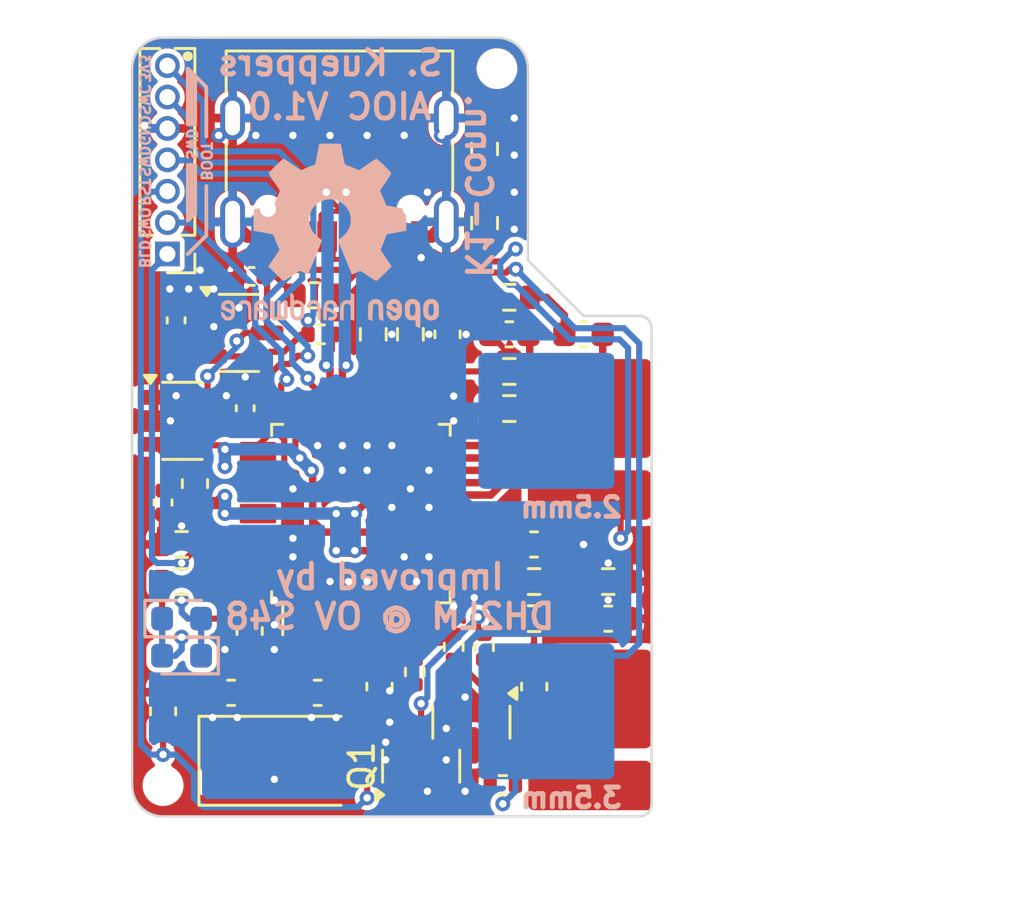
<source format=kicad_pcb>
(kicad_pcb (version 20240108) (generator "pcbnew") (generator_version "8.0")
  (layers (0 "F.Cu" signal) (31 "B.Cu" signal) (34 "B.Paste" user) (35 "F.Paste" user) (36 "B.SilkS" user "B.Silkscreen") (37 "F.SilkS" user "F.Silkscreen") (38 "B.Mask" user) (39 "F.Mask" user) (44 "Edge.Cuts" user))
  (net 0 "")
  (net 1 "GND")
  (net 2 "/OSCIN")
  (net 3 "/OSCOUT")
  (net 4 "/SWCLK")
  (net 5 "/SWDIO")
  (net 6 "/USB-DP")
  (net 7 "/USB-DN")
  (net 8 "+3V3")
  (net 9 "+3.3VA")
  (net 10 "/VIN")
  (net 11 "/VBUS")
  (net 12 "Net-(C12-Pad1)")
  (net 13 "Net-(C14-Pad1)")
  (net 14 "/USART-RX")
  (net 15 "/USART-TX")
  (net 16 "/PTT1")
  (net 17 "/PTT2")
  (net 18 "/AFIN")
  (net 19 "/RADIO-MIC")
  (net 20 "/RADIO-SPK")
  (net 21 "/AFOUT")
  (net 22 "/RADIO-RX-PTT1")
  (net 23 "/RADIO-TX")
  (net 24 "/RADIO-VP-PTT2")
  (net 25 "/NRST")
  (net 26 "/SWO")
  (net 27 "/BOOT0")
  (net 28 "/DAC_ATTEN")
  (net 29 "Net-(D1-A)")
  (net 30 "Net-(D1-K)")
  (net 33 "Net-(J1-CC1)")
  (net 34 "Net-(J1-CC2)")
  (net 35 "Net-(U2-PB8)")
  (net 55 "Net-(U3-VO)")
  (net 56 "Net-(Q1-B)")
  (net 57 "Net-(Q1-C)")
  (net 58 "Net-(Q2-C)")
  (net 59 "Net-(Q2-B)")
  (footprint "Resistor_SMD:R_0402_1005Metric" (layer "F.Cu") (at 118.486 110.23 180)
    (property "Reference" "R13" (hide yes))
    (property "Value" "22R")
  )
  (footprint "Resistor_SMD:R_0603_1608Metric" (layer "F.Cu") (at 119.75 102 180)
    (property "Reference" "R2" (hide yes))
    (property "Value" "10K")
  )
  (footprint "LED_SMD:LED_0603_1608Metric" (layer "F.Cu") (at 105.5 105 180)
    (property "Reference" "D2" (hide yes))
    (property "Value" "RED")
  )
  (footprint "Capacitor_SMD:C_0603_1608Metric" (layer "F.Cu") (at 118.75 92 180)
    (property "Reference" "C11" (hide yes))
    (property "Value" "10n/NP0")
  )
  (footprint "Resistor_SMD:R_0603_1608Metric" (layer "F.Cu") (at 105.5 102)
    (property "Reference" "R15" (hide yes))
    (property "Value" "220R")
  )
  (footprint "Capacitor_SMD:C_0603_1608Metric" (layer "F.Cu") (at 107.5 106.5 180)
    (property "Reference" "C1" (hide yes))
    (property "Value" "22p/NP0")
  )
  (footprint "Package_TO_SOT_SMD:SOT-23" (layer "F.Cu") (at 117.216 107.69 -90)
    (property "Reference" "Q2" (hide yes))
    (property "Value" "MMBT3904")
  )
  (footprint "LED_SMD:LED_0603_1608Metric" (layer "F.Cu") (at 105.5 103.5)
    (property "Reference" "D1" (hide yes))
    (property "Value" "GREEN")
  )
  (footprint "Package_TO_SOT_SMD:SOT-23" (layer "F.Cu") (at 115.184 109.468 90)
    (property "Reference" "Q1")
    (property "Value" "MMBT3904")
  )
  (footprint "Capacitor_SMD:C_0603_1608Metric" (layer "F.Cu") (at 113.5 106.25 -90)
    (property "Reference" "C9" (hide yes))
    (property "Value" "100n")
  )
  (footprint "Capacitor_SMD:C_0603_1608Metric" (layer "F.Cu") (at 122.75 103.5)
    (property "Reference" "C12" (hide yes))
    (property "Value" "100n")
  )
  (footprint "Resistor_SMD:R_0603_1608Metric" (layer "F.Cu") (at 114.75 92 -90)
    (property "Reference" "R8" (hide yes))
    (property "Value" "220R")
  )
  (footprint "Resistor_SMD:R_0402_1005Metric" (layer "F.Cu") (at 116.5 104.642 -90)
    (property "Reference" "R11" (hide yes))
    (property "Value" "2.2K")
  )
  (footprint "Package_TO_SOT_SMD:SOT-23-3" (layer "F.Cu") (at 107.818 91.942)
    (property "Reference" "U1" (hide yes))
    (property "Value" "XC6206PxxxMR")
  )
  (footprint "Resistor_SMD:R_0603_1608Metric" (layer "F.Cu") (at 113.25 92 -90)
    (property "Reference" "R9" (hide yes))
    (property "Value" "220R")
  )
  (footprint "Connector_USB:USB_C_Receptacle_G-Switch_GT-USB-7010ASV" (layer "F.Cu") (at 111.882 84.322 180)
    (property "Reference" "J1" (hide yes))
    (property "Value" "GT-USB-7010ASV")
  )
  (footprint "Package_QFP:LQFP-48_7x7mm_P0.5mm" (layer "F.Cu") (at 112.75 99.25 90)
    (property "Reference" "U2" (hide yes))
    (property "Value" "STM32F373CBTx")
  )
  (footprint "Capacitor_SMD:C_0402_1005Metric" (layer "F.Cu") (at 108.326 89.656 180)
    (property "Reference" "C6" (hide yes))
    (property "Value" "1u/10V/X5R")
  )
  (footprint "Inductor_SMD:L_0603_1608Metric" (layer "F.Cu") (at 106.04 98.038 90)
    (property "Reference" "FB1" (hide yes))
    (property "Value" "600R@100MHz")
  )
  (footprint "Resistor_SMD:R_0603_1608Metric" (layer "F.Cu") (at 122.75 102 180)
    (property "Reference" "R4" (hide yes))
    (property "Value" "220R")
  )
  (footprint "Capacitor_SMD:C_0603_1608Metric" (layer "F.Cu") (at 111 106.5)
    (property "Reference" "C2" (hide yes))
    (property "Value" "22p/NP0")
  )
  (footprint "Resistor_SMD:R_0402_1005Metric" (layer "F.Cu") (at 114.93 105.658 -90)
    (property "Reference" "R10" (hide yes))
    (property "Value" "2.2K")
  )
  (footprint "Resistor_SMD:R_0402_1005Metric" (layer "F.Cu") (at 111.12 92)
    (property "Reference" "R1" (hide yes))
    (property "Value" "1.5K")
  )
  (footprint "Capacitor_SMD:C_0402_1005Metric" (layer "F.Cu") (at 104.75 98.8 -90)
    (property "Reference" "C5" (hide yes))
    (property "Value" "1u/10V/X5R")
  )
  (footprint "Capacitor_SMD:C_0603_1608Metric" (layer "F.Cu") (at 121.75 92)
    (property "Reference" "C14" (hide yes))
    (property "Value" "4.7u/10V/X5R")
  )
  (footprint "Resistor_SMD:R_0603_1608Metric" (layer "F.Cu") (at 119.75 103.5 180)
    (property "Reference" "R17" (hide yes))
    (property "Value" "N.M.")
  )
  (footprint "Resistor_SMD:R_0603_1608Metric" (layer "F.Cu") (at 118.75 90.5)
    (property "Reference" "R5" (hide yes))
    (property "Value" "2.2K")
  )
  (footprint "Capacitor_SMD:C_0603_1608Metric" (layer "F.Cu") (at 104.75 107.25 90)
    (property "Reference" "C15" (hide yes))
    (property "Value" "100n")
  )
  (footprint "Capacitor_SMD:C_0603_1608Metric" (layer "F.Cu") (at 119.75 100.5)
    (property "Reference" "C7" (hide yes))
    (property "Value" "4.7u/10V/X5R")
  )
  (footprint "Connector_PinHeader_1.27mm:PinHeader_1x07_P1.27mm_Vertical" (layer "F.Cu") (at 104.925 88.75 180)
    (property "Reference" "J2" (hide yes))
    (property "Value" "Conn_01x07_Male")
  )
  (footprint "Capacitor_SMD:C_0603_1608Metric" (layer "F.Cu") (at 108.25 104 -90)
    (property "Reference" "C8" (hide yes))
    (property "Value" "100n")
  )
  (footprint "Resistor_SMD:R_0603_1608Metric" (layer "F.Cu") (at 118.75 93.5)
    (property "Reference" "R16" (hide yes))
    (property "Value" "5.1K")
  )
  (footprint "Capacitor_SMD:C_0402_1005Metric" (layer "F.Cu") (at 105.278 91.434 90)
    (property "Reference" "C4" (hide yes))
    (property "Value" "1u/10V/X5R")
  )
  (footprint "Resistor_SMD:R_0603_1608Metric" (layer "F.Cu") (at 118.75 95)
    (property "Reference" "R3" (hide yes))
    (property "Value" "5.1K")
  )
  (footprint "AIOC:TOOLING-HOLE" (layer "F.Cu") (at 104.75 110.25)
    (property "Reference" "H2" (hide yes))
    (property "Value" "ToolingHole")
  )
  (footprint "Capacitor_SMD:C_0603_1608Metric" (layer "F.Cu") (at 116.25 92 90)
    (property "Reference" "C10" (hide yes))
    (property "Value" "4.7u/10V/X5R")
  )
  (footprint "Resistor_SMD:R_0603_1608Metric" (layer "F.Cu") (at 105.5 100.5)
    (property "Reference" "R14" (hide yes))
    (property "Value" "2.2K")
  )
  (footprint "Capacitor_SMD:C_0402_1005Metric" (layer "F.Cu") (at 108.072 94.99 90)
    (property "Reference" "C3" (hide yes))
    (property "Value" "1u/10V/X5R")
  )
  (footprint "Resistor_SMD:R_0603_1608Metric" (layer "F.Cu") (at 117.75 84.5 -90)
    (property "Reference" "R6" (hide yes))
    (property "Value" "5.1K")
  )
  (footprint "Inductor_SMD:L_0603_1608Metric" (layer "F.Cu") (at 110.866 90.418)
    (property "Reference" "FB2" (hide yes))
    (property "Value" "600R@100MHz")
  )
  (footprint "AIOC:TOOLING-HOLE" (layer "F.Cu") (at 118.25 81.25)
    (property "Reference" "H1" (hide yes))
    (property "Value" "ToolingHole")
  )
  (footprint "Capacitor_SMD:C_0603_1608Metric" (layer "F.Cu") (at 119.756 106.25 -90)
    (property "Reference" "C13" (hide yes))
    (property "Value" "4.7u/10V/X5R")
  )
  (footprint "Package_TO_SOT_SMD:SOT-23-3" (layer "F.Cu") (at 105.532 95.498)
    (property "Reference" "U3" (hide yes))
    (property "Value" "XC6206PxxxMR")
  )
  (footprint "AIOC:Crystal_SMD_5032-2Pin_5.0x3.2mm" (layer "F.Cu") (at 109.25 109.25)
    (property "Reference" "Y1" (hide yes))
    (property "Value" "8MHz/20pF")
  )
  (footprint "Resistor_SMD:R_0402_1005Metric" (layer "F.Cu") (at 117.724 104.642 90)
    (property "Reference" "R12" (hide yes))
    (property "Value" "22R")
  )
  (footprint "Resistor_SMD:R_0603_1608Metric" (layer "F.Cu") (at 117.75 87.5 90)
    (property "Reference" "R7" (hide yes))
    (property "Value" "5.1K")
  )
  (footprint "LED_SMD:LED_0603_1608Metric" (layer "B.Cu") (at 105.5 105 180)
    (property "Reference" "D4" (hide yes))
    (property "Value" "N.M.")
  )
  (footprint "LED_SMD:LED_0603_1608Metric" (layer "B.Cu") (at 105.5 103.5)
    (property "Reference" "D3" (hide yes))
    (property "Value" "N.M.")
  )
  (footprint "Symbol:OSHW-Logo2_9.8x8mm_SilkScreen" (layer "B.Cu") (at 111.5 88 180)
    (property "Reference" "REF**" (hide yes))
    (property "Value" "OSHW-Logo2_9.8x8mm_SilkScreen" (hide yes))
  )
  (gr_line (start 105.9 85.15) (end 105.9 87.25) (stroke (width 0.15)) (layer "B.SilkS"))
  (gr_line (start 105.75 87.4) (end 105.75 85.15) (stroke (width 0.15)) (layer "B.SilkS"))
  (gr_line (start 105.75 85.15) (end 106.05 85.15) (stroke (width 0.15)) (layer "B.SilkS"))
  (gr_line (start 105.75 88.75) (end 106.5 88) (stroke (width 0.15)) (layer "B.SilkS"))
  (gr_line (start 105.75 81.25) (end 106.5 82) (stroke (width 0.15)) (layer "B.SilkS"))
  (gr_line (start 105.75 83.5) (end 105.75 81.25) (stroke (width 0.15)) (layer "B.SilkS"))
  (gr_line (start 106.5 82) (end 106.5 84) (stroke (width 0.15)) (layer "B.SilkS"))
  (gr_line (start 105.75 83.5) (end 106.05 83.5) (stroke (width 0.15)) (layer "B.SilkS"))
  (gr_line (start 106.5 88) (end 106.5 86) (stroke (width 0.15)) (layer "B.SilkS"))
  (gr_line (start 106.05 87.1) (end 106.05 85.15) (stroke (width 0.15)) (layer "B.SilkS"))
  (gr_line (start 105.75 87.4) (end 106.05 87.1) (stroke (width 0.15)) (layer "B.SilkS"))
  (gr_line (start 105.9 81.4) (end 105.9 83.5) (stroke (width 0.15)) (layer "B.SilkS"))
  (gr_line (start 106.05 83.5) (end 106.05 81.55) (stroke (width 0.15)) (layer "B.SilkS"))
  (gr_circle (center 105.75 80.75) (end 105.85 80.75) (stroke (width 0.2)) (fill none) (layer "F.SilkS"))
  (gr_line (start 119.5 89) (end 119.5 81.25) (stroke (width 0.1)) (layer "Edge.Cuts"))
  (gr_line (start 103.5 110.25) (end 103.5 81.25) (stroke (width 0.1)) (layer "Edge.Cuts"))
  (gr_line (start 121.75 91.25) (end 124 91.25) (stroke (width 0.1)) (layer "Edge.Cuts"))
  (gr_line (start 124.5 91.75) (end 124.5 111) (stroke (width 0.1)) (layer "Edge.Cuts"))
  (gr_line (start 124 111.5) (end 104.75 111.5) (stroke (width 0.1)) (layer "Edge.Cuts"))
  (gr_arc (start 124.5 111) (mid 124.353553 111.353553) (end 124 111.5) (stroke (width 0.1)) (layer "Edge.Cuts"))
  (gr_line (start 121.75 91.25) (end 119.5 89) (stroke (width 0.1)) (layer "Edge.Cuts"))
  (gr_arc (start 118.25 80) (mid 119.133883 80.366117) (end 119.5 81.25) (stroke (width 0.1)) (layer "Edge.Cuts"))
  (gr_arc (start 103.5 81.25) (mid 103.866117 80.366117) (end 104.75 80) (stroke (width 0.1)) (layer "Edge.Cuts"))
  (gr_line (start 106 80) (end 118.25 80) (stroke (width 0.1)) (layer "Edge.Cuts"))
  (gr_arc (start 124 91.25) (mid 124.353553 91.396447) (end 124.5 91.75) (stroke (width 0.1)) (layer "Edge.Cuts"))
  (gr_line (start 106 80) (end 104.75 80) (stroke (width 0.1)) (layer "Edge.Cuts"))
  (gr_arc (start 104.75 111.5) (mid 103.866117 111.133883) (end 103.5 110.25) (stroke (width 0.1)) (layer "Edge.Cuts"))
  (gr_text "RST" (at 104 86.25 270) (layer "B.SilkS") (effects (font (size 0.4 0.4) (thickness 0.1)) (justify mirror)))
  (gr_text "SWD" (at 104 85 270) (layer "B.SilkS") (effects (font (size 0.4 0.4) (thickness 0.1)) (justify mirror)))
  (gr_text "SWO" (at 104 87.5 270) (layer "B.SilkS") (effects (font (size 0.4 0.4) (thickness 0.1)) (justify mirror)))
  (gr_text "GND" (at 104 83.75 270) (layer "B.SilkS") (effects (font (size 0.4 0.4) (thickness 0.1)) (justify mirror)))
  (gr_text "Improved by\nDH2LM @ OV S48" (at 113.914 102.61 0) (layer "B.SilkS") (effects (font (size 1 1) (thickness 0.2)) (justify mirror)))
  (gr_text "BLD" (at 104 88.75 270) (layer "B.SilkS") (effects (font (size 0.4 0.4) (thickness 0.1)) (justify mirror)))
  (gr_text "3V3" (at 104 81.25 270) (layer "B.SilkS") (effects (font (size 0.4 0.4) (thickness 0.1)) (justify mirror)))
  (gr_text "AIOC V1.0" (at 111.882 82.798 0) (layer "B.SilkS") (effects (font (size 1 1) (thickness 0.2)) (justify mirror)))
  (gr_text "3.5mm" (at 121.25 110.75 0) (layer "B.SilkS") (effects (font (size 0.8 0.8) (thickness 0.2)) (justify mirror)))
  (gr_text "SWD" (at 105.9 84.3 270) (layer "B.SilkS") (effects (font (size 0.4 0.4) (thickness 0.1)) (justify mirror)))
  (gr_text "S. Kueppers" (at 111.5 81.02 0) (layer "B.SilkS") (effects (font (size 1 1) (thickness 0.2)) (justify mirror)))
  (gr_text "K1-Conn." (at 117.5 86 270) (layer "B.SilkS") (effects (font (size 1 1) (thickness 0.2)) (justify mirror)))
  (gr_text "2.5mm" (at 121.25 99 0) (layer "B.SilkS") (effects (font (size 0.8 0.8) (thickness 0.2)) (justify mirror)))
  (gr_text "SWC" (at 104 82.5 270) (layer "B.SilkS") (effects (font (size 0.4 0.4) (thickness 0.1)) (justify mirror)))
  (gr_text "BOOT" (at 106.5 85 270) (layer "B.SilkS") (effects (font (size 0.4 0.4) (thickness 0.1)) (justify mirror)))
  (segment (start 108.682 88.047) (end 108.162 88.047) (width 0.5) (layer "F.Cu") (net 1))
  (segment (start 113.5 102.5) (end 113.5 103.4125) (width 0.3) (layer "F.Cu") (net 1))
  (segment (start 123.525 103.5) (end 123.525 102.05) (width 0.3) (layer "F.Cu") (net 1))
  (segment (start 113 102) (end 113.5 102.5) (width 0.3) (layer "F.Cu") (net 1))
  (segment (start 115.602 88.047) (end 116.202 87.447) (width 0.5) (layer "F.Cu") (net 1))
  (segment (start 109.5 101.5) (end 110 101) (width 0.3) (layer "F.Cu") (net 1))
  (segment (start 108.162 88.047) (end 107.562 87.447) (width 0.5) (layer "F.Cu") (net 1))
  (segment (start 118.65 92.675) (end 118.65 94.275) (width 0.25) (layer "F.Cu") (net 1))
  (segment (start 117.975 92) (end 118.65 92.675) (width 0.25) (layer "F.Cu") (net 1))
  (segment (start 123.525 102.05) (end 123.575 102) (width 0.25) (layer "F.Cu") (net 1))
  (segment (start 108.5875 101.5) (end 109.5 101.5) (width 0.3) (layer "F.Cu") (net 1))
  (segment (start 115.082 88.047) (end 115.602 88.047) (width 0.5) (layer "F.Cu") (net 1))
  (segment (start 118.65 94.275) (end 117.925 95) (width 0.25) (layer "F.Cu") (net 1))
  (via (at 116.2 107.944) (size 0.6) (drill 0.3) (layers "F.Cu" "B.Cu") (net 1))
  (via (at 113.914 107.69) (size 0.6) (drill 0.3) (layers "F.Cu" "B.Cu") (net 1))
  (via (at 115.5 97.5) (size 0.6) (drill 0.3) (layers "F.Cu" "B.Cu") (net 1))
  (via (at 113.00027 83.951369) (size 0.6) (drill 0.3) (layers "F.Cu" "B.Cu") (net 1))
  (via (at 116.5 94.5) (size 0.6) (drill 0.3) (layers "F.Cu" "B.Cu") (net 1))
  (via (at 106.802 90.164) (size 0.6) (drill 0.3) (layers "F.Cu" "B.Cu") (net 1))
  (via (at 116.2 109.214) (size 0.6) (drill 0.3) (layers "F.Cu" "B.Cu") (net 1))
  (via (at 118.95 83.25) (size 0.6) (drill 0.3) (layers "F.Cu" "B.Cu") (net 1))
  (via (at 105.024 93.72) (size 0.6) (drill 0.3) (layers "F.Cu" "B.Cu") (net 1))
  (via (at 107.75 107.5) (size 0.6) (drill 0.3) (layers "F.Cu" "B.Cu") (net 1))
  (via (at 115 102) (size 0.6) (drill 0.3) (layers "F.Cu" "B.Cu") (net 1))
  (via (at 113 96.5) (size 0.6) (drill 0.3) (layers "F.Cu" "B.Cu") (net 1))
  (via (at 110 100.25) (size 0.6) (drill 0.3) (layers "F.Cu" "B.Cu") (net 1))
  (via (at 118.95 84.75) (size 0.6) (drill 0.3) (layers "F.Cu" "B.Cu") (net 1))
  (via (at 109.25 103.75) (size 0.6) (drill 0.3) (layers "F.Cu" "B.Cu") (net 1))
  (via (at 112.25 102) (size 0.6) (drill 0.3) (layers "F.Cu" "B.Cu") (net 1))
  (via (at 113.75 109.214) (size 0.6) (drill 0.3) (layers "F.Cu" "B.Cu") (net 1))
  (via (at 110.75 107.5) (size 0.6) (drill 0.3) (layers "F.Cu" "B.Cu") (net 1))
  (via (at 116.962 106.674) (size 0.6) (drill 0.3) (layers "F.Cu" "B.Cu") (net 1))
  (via (at 112 97.5) (size 0.6) (drill 0.3) (layers "F.Cu" "B.Cu") (net 1))
  (via (at 105.024 90.164) (size 0.6) (drill 0.3) (layers "F.Cu" "B.Cu") (net 1))
  (via (at 110 98.25) (size 0.6) (drill 0.3) (layers "F.Cu" "B.Cu") (net 1))
  (via (at 114 99) (size 0.6) (drill 0.3) (layers "F.Cu" "B.Cu") (net 1))
  (via (at 105.046905 95.498) (size 0.6) (drill 0.3) (layers "F.Cu" "B.Cu") (net 1))
  (via (at 116.00027 83.951369) (size 0.6) (drill 0.3) (layers "F.Cu" "B.Cu") (net 1))
  (via (at 104.008 83.56) (size 0.6) (drill 0.3) (layers "F.Cu" "B.Cu") (net 1))
  (via (at 117 92) (size 0.6) (drill 0.3) (layers "F.Cu" "B.Cu") (net 1))
  (via (at 109.25 102.75) (size 0.6) (drill 0.3) (layers "F.Cu" "B.Cu") (net 1))
  (via (at 114.5 101) (size 0.6) (drill 0.3) (layers "F.Cu" "B.Cu") (net 1))
  (via (at 106.802 91.688) (size 0.6) (drill 0.3) (layers "F.Cu" "B.Cu") (net 1))
  (via (at 107 83.95) (size 0.6) (drill 0.3) (layers "F.Cu" "B.Cu") (net 1))
  (via (at 105.5 99.75) (size 0.6) (drill 0.3) (layers "F.Cu" "B.Cu") (net 1))
  (via (at 117.33142 102.649999) (size 0.6) (drill 0.3) (layers "F.Cu" "B.Cu") (net 1))
  (via (at 110 101) (size 0.6) (drill 0.3) (layers "F.Cu" "B.Cu") (net 1))
  (via (at 106.75 107.5) (size 0.6) (drill 0.3) (layers "F.Cu" "B.Cu") (net 1))
  (via (at 114 92) (size 0.6) (drill 0.3) (layers "F.Cu" "B.Cu") (net 1))
  (via (at 113 97.5) (size 0.6) (drill 0.3) (layers "F.Cu" "B.Cu") (net 1))
  (via (at 107.818 90.926) (size 0.6) (drill 0.3) (layers "F.Cu" "B.Cu") (net 1))
  (via (at 107.31 94.482) (size 0.6) (drill 0.3) (layers "F.Cu" "B.Cu") (net 1))
  (via (at 115.438 110.484) (size 0.6) (drill 0.3) (layers "F.Cu" "B.Cu") (net 1))
  (via (at 113 102) (size 0.6) (drill 0.3) (layers "F.Cu" "B.Cu") (net 1))
  (via (at 105.278 94.482) (size 0.6) (drill 0.3) (layers "F.Cu" "B.Cu") (net 1))
  (via (at 106.25 89.402) (size 0.6) (drill 0.3) (layers "F.Cu" "B.Cu") (net 1))
  (via (at 115.438 86.25) (size 0.6) (drill 0.3) (layers "F.Cu" "B.Cu") (net 1))
  (via (at 107.25 104.75) (size 0.6) (drill 0.3) (layers "F.Cu" "B.Cu") (net 1))
  (via (at 105.786 90.164) (size 0.6) (drill 0.3) (layers "F.Cu" "B.Cu") (net 1))
  (via (at 115.184 88.894) (size 0.6) (drill 0.3) (layers "F.Cu" "B.Cu") (net 1))
  (via (at 121.75 100.5) (size 0.6) (drill 0.3) (layers "F.Cu" "B.Cu") (net 1))
  (via (at 116.5 95.5) (size 0.6) (drill 0.3) (layers "F.Cu" "B.Cu") (net 1))
  (via (at 111.75 107.502432) (size 0.6) (drill 0.3) (layers "F.Cu" "B.Cu") (net 1))
  (via (at 114.75 98.25) (size 0.6) (drill 0.3) (layers "F.Cu" "B.Cu") (net 1))
  (via (at 114 96.5) (size 0.6) (drill 0.3) (layers "F.Cu" "B.Cu") (net 1))
  (via (at 113.75 108.5) (size 0.6) (drill 0.3) (layers "F.Cu" "B.Cu") (net 1))
  (via (at 114.4994 83.950576) (size 0.6) (drill 0.3) (layers "F.Cu" "B.Cu") (net 1))
  (via (at 112 96.5) (size 0.6) (drill 0.3) (layers "F.Cu" "B.Cu") (net 1))
  (via (at 108.50027 83.951369) (size 0.6) (drill 0.3) (layers "F.Cu" "B.Cu") (net 1))
  (via (at 108.072 93.72) (size 0.6) (drill 0.3) (layers "F.Cu" "B.Cu") (net 1))
  (via (at 116.5 103) (size 0.6) (drill 0.3) (layers "F.Cu" "B.Cu") (net 1))
  (via (at 111.50027 83.951369) (size 0.6) (drill 0.3) (layers "F.Cu" "B.Cu") (net 1))
  (via (at 113.914 106.42) (size 0.6) (drill 0.3) (layers "F.Cu" "B.Cu") (net 1))
  (via (at 122.75 101.25) (size 0.6) (drill 0.3) (layers "F.Cu" "B.Cu") (net 1))
  (via (at 115.5 99) (size 0.6) (drill 0.3) (layers "F.Cu" "B.Cu") (net 1))
  (via (at 109.25 110) (size 0.6) (drill 0.3) (layers "F.Cu" "B.Cu") (net 1))
  (via (at 111 96.5) (size 0.6) (drill 0.3) (layers "F.Cu" "B.Cu") (net 1))
  (via (at 115.5 101) (size 0.6) (drill 0.3) (layers "F.Cu" "B.Cu") (net 1))
  (via (at 111.5 102) (size 0.6) (drill 0.3) (layers "F.Cu" "B.Cu") (net 1))
  (via (at 118.95 86.25) (size 0.6) (drill 0.3) (layers "F.Cu" "B.Cu") (net 1))
  (via (at 109.25 104.75) (size 0.6) (drill 0.3) (layers "F.Cu" "B.Cu") (net 1))
  (via (at 115.5 92) (size 0.6) (drill 0.3) (layers "F.Cu" "B.Cu") (net 1))
  (via (at 118.95 87.75) (size 0.6) (drill 0.3) (layers "F.Cu" "B.Cu") (net 1))
  (via (at 116.962 110.484) (size 0.6) (drill 0.3) (layers "F.Cu" "B.Cu") (net 1))
  (via (at 110.00027 83.951369) (size 0.6) (drill 0.3) (layers "F.Cu" "B.Cu") (net 1))
  (via (at 122.75 102.75) (size 0.6) (drill 0.3) (layers "F.Cu" "B.Cu") (net 1))
  (segment (start 108.75 107.5) (end 108.75 109) (width 0.25) (layer "F.Cu") (net 2))
  (segment (start 108.5 109.25) (end 107.4 109.25) (width 0.25) (layer "F.Cu") (net 2))
  (segment (start 108.863604 106.5) (end 108.472183 106.5) (width 0.25) (layer "F.Cu") (net 2))
  (segment (start 108.275 106.75) (end 108.275 107.025) (width 0.25) (layer "F.Cu") (net 2))
  (segment (start 110.363604 105) (end 108.863604 106.5) (width 0.25) (layer "F.Cu") (net 2))
  (segment (start 112 104.363604) (end 111.363604 105) (width 0.25) (layer "F.Cu") (net 2))
  (segment (start 108.75 109) (end 108.5 109.25) (width 0.25) (layer "F.Cu") (net 2))
  (segment (start 112 103.4125) (end 112 104.363604) (width 0.25) (layer "F.Cu") (net 2))
  (segment (start 108.275 107.025) (end 108.75 107.5) (width 0.25) (layer "F.Cu") (net 2))
  (segment (start 111.363604 105) (end 110.363604 105) (width 0.25) (layer "F.Cu") (net 2))
  (segment (start 108.525 106.5) (end 108.275 106.75) (width 0.25) (layer "F.Cu") (net 2))
  (segment (start 112.5 104.5) (end 111.55 105.45) (width 0.25) (layer "F.Cu") (net 3))
  (segment (start 109.75 107.5) (end 109.75 109) (width 0.25) (layer "F.Cu") (net 3))
  (segment (start 110.225 107.025) (end 109.75 107.5) (width 0.25) (layer "F.Cu") (net 3))
  (segment (start 112.5 103.4125) (end 112.5 104.5) (width 0.25) (layer "F.Cu") (net 3))
  (segment (start 110.225 105.775) (end 110.225 107.025) (width 0.25) (layer "F.Cu") (net 3))
  (segment (start 110 109.25) (end 111.1 109.25) (width 0.25) (layer "F.Cu") (net 3))
  (segment (start 111.55 105.45) (end 110.55 105.45) (width 0.25) (layer "F.Cu") (net 3))
  (segment (start 110.55 105.45) (end 110.225 105.775) (width 0.25) (layer "F.Cu") (net 3))
  (segment (start 109.75 109) (end 110 109.25) (width 0.25) (layer "F.Cu") (net 3))
  (segment (start 109.867662 93.194338) (end 109.491116 93.194338) (width 0.25) (layer "F.Cu") (net 4))
  (segment (start 109.05 93.635454) (end 109.05 96.0375) (width 0.25) (layer "F.Cu") (net 4))
  (segment (start 110.195994 92.866006) (end 109.867662 93.194338) (width 0.25) (layer "F.Cu") (net 4))
  (segment (start 109.491116 93.194338) (end 109.05 93.635454) (width 0.25) (layer "F.Cu") (net 4))
  (segment (start 110.6 92.866006) (end 110.195994 92.866006) (width 0.25) (layer "F.Cu") (net 4))
  (segment (start 109.05 96.0375) (end 108.5875 96.5) (width 0.25) (layer "F.Cu") (net 4))
  (via (at 110.6 92.866006) (size 0.6) (drill 0.3) (layers "F.Cu" "B.Cu") (net 4))
  (segment (start 105.925 83.42) (end 104.925 82.42) (width 0.25) (layer "B.Cu") (net 4))
  (segment (start 109.375 90.741116) (end 110.375 89.741116) (width 0.25) (layer "B.Cu") (net 4))
  (segment (start 110.275 86.69528) (end 110.275 86.077208) (width 0.25) (layer "B.Cu") (net 4))
  (segment (start 110.6 92.866006) (end 110.6 92.483884) (width 0.25) (layer "B.Cu") (net 4))
  (segment (start 109.375 91.258884) (end 109.375 90.741116) (width 0.25) (layer "B.Cu") (net 4))
  (segment (start 110.6 92.483884) (end 109.375 91.258884) (width 0.25) (layer "B.Cu") (net 4))
  (segment (start 105.925 84.469592) (end 105.925 83.42) (width 0.25) (layer "B.Cu") (net 4))
  (segment (start 106.505408 85.05) (end 105.925 84.469592) (width 0.25) (layer "B.Cu") (net 4))
  (segment (start 110.375 89.741116) (end 110.375 86.79528) (width 0.25) (layer "B.Cu") (net 4))
  (segment (start 110.375 86.79528) (end 110.275 86.69528) (width 0.25) (layer "B.Cu") (net 4))
  (segment (start 109.247792 85.05) (end 106.505408 85.05) (width 0.25) (layer "B.Cu") (net 4))
  (segment (start 110.275 86.077208) (end 109.247792 85.05) (width 0.25) (layer "B.Cu") (net 4))
  (segment (start 110.499747 93.784062) (end 111 94.284315) (width 0.25) (layer "F.Cu") (net 5))
  (segment (start 111 94.284315) (end 111 95.0875) (width 0.25) (layer "F.Cu") (net 5))
  (via (at 110.6 93.774076) (size 0.6) (drill 0.3) (layers "F.Cu" "B.Cu") (net 5))
  (segment (start 109.825 86.263604) (end 109.825 89.65472) (width 0.25) (layer "B.Cu") (net 5))
  (segment (start 109.061396 85.5) (end 109.825 86.263604) (width 0.25) (layer "B.Cu") (net 5))
  (segment (start 108.925 90.55472) (end 108.925 91.44528) (width 0.25) (layer "B.Cu") (net 5))
  (segment (start 109.825 89.65472) (end 108.925 90.55472) (width 0.25) (layer "B.Cu") (net 5))
  (segment (start 109.975 93.149076) (end 110.6 93.774076) (width 0.25) (layer "B.Cu") (net 5))
  (segment (start 109.975 92.49528) (end 109.975 93.149076) (width 0.25) (layer "B.Cu") (net 5))
  (segment (start 104.925 84.96) (end 105.779012 84.96) (width 0.25) (layer "B.Cu") (net 5))
  (segment (start 105.779012 84.96) (end 106.319012 85.5) (width 0.25) (layer "B.Cu") (net 5))
  (segment (start 106.319012 85.5) (end 109.061396 85.5) (width 0.25) (layer "B.Cu") (net 5))
  (segment (start 108.925 91.44528) (end 109.975 92.49528) (width 0.25) (layer "B.Cu") (net 5))
  (segment (start 112.132 88.047) (end 112.132 87.177) (width 0.2) (layer "F.Cu") (net 6))
  (segment (start 111.132 88.047) (end 111.132 87.177) (width 0.2) (layer "F.Cu") (net 6))
  (segment (start 111.575 92.625) (end 111.575 92) (width 0.25) (layer "F.Cu") (net 6))
  (segment (start 111.2875 87.0215) (end 111.9765 87.0215) (width 0.2) (layer "F.Cu") (net 6))
  (segment (start 111.35 93.25) (end 111.35 92.85) (width 0.25) (layer "F.Cu") (net 6))
  (segment (start 111.5 86.4) (end 111.35 86.25) (width 0.3) (layer "F.Cu") (net 6))
  (segment (start 111.35 86.395) (end 111.35 86.25) (width 0.2) (layer "F.Cu") (net 6))
  (segment (start 111.9765 87.0215) (end 111.35 86.395) (width 0.2) (layer "F.Cu") (net 6))
  (segment (start 111.35 92.85) (end 111.575 92.625) (width 0.25) (layer "F.Cu") (net 6))
  (segment (start 111.5 95.0875) (end 111.5 93.4) (width 0.3) (layer "F.Cu") (net 6))
  (segment (start 112.132 87.177) (end 111.9765 87.0215) (width 0.2) (layer "F.Cu") (net 6))
  (segment (start 111.132 87.177) (end 111.2875 87.0215) (width 0.2) (layer "F.Cu") (net 6))
  (segment (start 111.5 93.4) (end 111.35 93.25) (width 0.3) (layer "F.Cu") (net 6))
  (via (at 111.35 86.25) (size 0.6) (drill 0.3) (layers "F.Cu" "B.Cu") (net 6))
  (via (at 111.35 93.25) (size 0.6) (drill 0.3) (layers "F.Cu" "B.Cu") (net 6))
  (segment (start 111.4 86.3) (end 111.4 93.2) (width 0.5) (layer "B.Cu") (net 6))
  (segment (start 111.35 86.25) (end 111.4 86.3) (width 0.5) (layer "B.Cu") (net 6))
  (segment (start 111.4 93.2) (end 111.35 93.25) (width 0.5) (layer "B.Cu") (net 6))
  (segment (start 112 95.0875) (end 112 93.4) (width 0.3) (layer "F.Cu") (net 7))
  (segment (start 111.632 88.917) (end 111.632 88.047) (width 0.2) (layer "F.Cu") (net 7))
  (segment (start 112 86.4) (end 112.15 86.25) (width 0.3) (layer "F.Cu") (net 7))
  (segment (start 112.632 88.047) (end 112.632 86.732) (width 0.2) (layer "F.Cu") (net 7))
  (segment (start 111.682 88.967) (end 111.632 88.917) (width 0.2) (layer "F.Cu") (net 7))
  (segment (start 112.582 88.967) (end 111.682 88.967) (width 0.2) (layer "F.Cu") (net 7))
  (segment (start 112.632 88.047) (end 112.632 88.917) (width 0.2) (layer "F.Cu") (net 7))
  (segment (start 112.632 86.732) (end 112.15 86.25) (width 0.2) (layer "F.Cu") (net 7))
  (segment (start 112 93.4) (end 112.15 93.25) (width 0.3) (layer "F.Cu") (net 7))
  (segment (start 112.632 88.917) (end 112.582 88.967) (width 0.2) (layer "F.Cu") (net 7))
  (via (at 112.15 86.25) (size 0.6) (drill 0.3) (layers "F.Cu" "B.Cu") (net 7))
  (via (at 112.15 93.25) (size 0.6) (drill 0.3) (layers "F.Cu" "B.Cu") (net 7))
  (segment (start 112.1 93.2) (end 112.15 93.25) (width 0.5) (layer "B.Cu") (net 7))
  (segment (start 112.1 86.3) (end 112.1 93.2) (width 0.5) (layer "B.Cu") (net 7))
  (segment (start 112.15 86.25) (end 112.1 86.3) (width 0.5) (layer "B.Cu") (net 7))
  (segment (start 105.72 92.892) (end 106.6805 92.892) (width 0.25) (layer "F.Cu") (net 8))
  (segment (start 110.1 96.85) (end 110.75 97.5) (width 0.25) (layer "F.Cu") (net 8))
  (segment (start 110 102.25) (end 110.5 101.75) (width 0.3) (layer "F.Cu") (net 8))
  (segment (start 110.8 99.3) (end 110.8 101.45) (width 0.3) (layer "F.Cu") (net 8))
  (segment (start 108.25 102.75) (end 108.5875 102.4125) (width 0.25) (layer "F.Cu") (net 8))
  (segment (start 108.9 92.892) (end 109.088 92.704) (width 0.25) (layer "F.Cu") (net 8))
  (segment (start 110.25 102) (end 108.5875 102) (width 0.3) (layer "F.Cu") (net 8))
  (segment (start 110.8 99.55) (end 110.8 99.3) (width 0.3) (layer "F.Cu") (net 8))
  (segment (start 109.088 92.704) (end 109.636001 92.704) (width 0.25) (layer "F.Cu") (net 8))
  (segment (start 118 100) (end 116.9125 100) (width 0.3) (layer "F.Cu") (net 8))
  (segment (start 110 95.0875) (end 110 95.972919) (width 0.25) (layer "F.Cu") (net 8))
  (segment (start 110.2745 97) (end 110.8 97.5255) (width 0.3) (layer "F.Cu") (net 8))
  (segment (start 105.72 92.892) (end 105.72 93.786116) (width 0.25) (layer "F.Cu") (net 8))
  (segment (start 106.098 94.164116) (end 106.098 94.731092) (width 0.25) (layer "F.Cu") (net 8))
  (segment (start 105.682 95.147092) (end 105.682 95.902) (width 0.25) (layer "F.Cu") (net 8))
  (segment (start 116.9125 100) (end 111.25 100) (width 0.3) (layer "F.Cu") (net 8))
  (segment (start 111.25 100) (end 110.8 99.55) (width 0.3) (layer "F.Cu") (net 8))
  (segment (start 110.8 97.5255) (end 110.8 99.3) (width 0.3) (layer "F.Cu") (net 8))
  (segment (start 110.61 91.436) (end 110.61 92) (width 0.25) (layer "F.Cu") (net 8))
  (segment (start 110.612 91.434) (end 110.61 91.436) (width 0.25) (layer "F.Cu") (net 8))
  (segment (start 118.5 100.5) (end 118 100) (width 0.3) (layer "F.Cu") (net 8))
  (segment (start 109.636001 92.704) (end 110.340001 92) (width 0.25) (layer "F.Cu") (net 8))
  (segment (start 105.278 91.914) (end 105.278 92.45) (width 0.25) (layer "F.Cu") (net 8))
  (segment (start 110.340001 92) (end 110.61 92) (width 0.25) (layer "F.Cu") (net 8))
  (segment (start 106.268 96.488) (end 107.088 96.488) (width 0.25) (layer "F.Cu") (net 8))
  (segment (start 110.5 101.75) (end 110.25 102) (width 0.3) (layer "F.Cu") (net 8))
  (segment (start 106.6805 92.892) (end 108.9 92.892) (width 0.25) (layer "F.Cu") (net 8))
  (segment (start 105.278 92.45) (end 105.72 92.892) (width 0.25) (layer "F.Cu") (net 8))
  (segment (start 105.682 95.902) (end 106.268 96.488) (width 0.25) (layer "F.Cu") (net 8))
  (segment (start 106.098 94.731092) (end 105.682 95.147092) (width 0.25) (layer "F.Cu") (net 8))
  (segment (start 118.975 100.5) (end 118.5 100.5) (width 0.3) (layer "F.Cu") (net 8))
  (segment (start 110 95.972919) (end 110.1 96.072919) (width 0.25) (layer "F.Cu") (net 8))
  (segment (start 108.25 103.225) (end 108.25 102.75) (width 0.25) (layer "F.Cu") (net 8))
  (segment (start 105.72 93.786116) (end 106.098 94.164116) (width 0.25) (layer "F.Cu") (net 8))
  (segment (start 110 103.4125) (end 110 102.25) (width 0.3) (layer "F.Cu") (net 8))
  (segment (start 110.8 101.45) (end 110.5 101.75) (width 0.3) (layer "F.Cu") (net 8))
  (segment (start 107.088 96.488) (end 107.25 96.65) (width 0.25) (layer "F.Cu") (net 8))
  (segment (start 110.1 96.072919) (end 110.1 96.85) (width 0.25) (layer "F.Cu") (net 8))
  (segment (start 108.5875 102.4125) (end 108.5875 102) (width 0.25) (layer "F.Cu") (net 8))
  (via (at 110.2745 97) (size 0.6) (drill 0.3) (layers "F.Cu" "B.Cu") (net 8))
  (via (at 110.612 91.434) (size 0.6) (drill 0.3) (layers "F.Cu" "B.Cu") (net 8))
  (via (at 110.75 97.5) (size 0.6) (drill 0.3) (layers "F.Cu" "B.Cu") (net 8))
  (via (at 107.25 96.65) (size 0.6) (drill 0.3) (layers "F.Cu" "B.Cu") (net 8))
  (via (at 107.25 97.35) (size 0.6) (drill 0.3) (layers "F.Cu" "B.Cu") (net 8))
  (segment (start 110.825 86.608884) (end 110.725 86.508884) (width 0.25) (layer "B.Cu") (net 8))
  (segment (start 106.691804 84.6) (end 106.375 84.283196) (width 0.25) (layer "B.Cu") (net 8))
  (segment (start 110.725 85.991116) (end 110.775152 85.940964) (width 0.25) (layer "B.Cu") (net 8))
  (segment (start 106.375 82.6) (end 104.925 81.15) (width 0.25) (layer "B.Cu") (net 8))
  (segment (start 110.825 91.221) (end 110.825 86.608884) (width 0.25) (layer "B.Cu") (net 8))
  (segment (start 106.375 84.283196) (end 106.375 82.6) (width 0.25) (layer "B.Cu") (net 8))
  (segment (start 110.2745 97) (end 110.25 97) (width 0.5) (layer "B.Cu") (net 8))
  (segment (start 107.25 96.65) (end 107.25 97.35) (width 0.5) (layer "B.Cu") (net 8))
  (segment (start 110.725 86.508884) (end 110.725 85.991116) (width 0.25) (layer "B.Cu") (net 8))
  (segment (start 110.612 91.434) (end 110.825 91.221) (width 0.25) (layer "B.Cu") (net 8))
  (segment (start 110.775152 85.940964) (end 109.434188 84.6) (width 0.25) (layer "B.Cu") (net 8))
  (segment (start 110.25 97) (end 110.75 97.5) (width 0.5) (layer "B.Cu") (net 8))
  (segment (start 109.434188 84.6) (end 106.691804 84.6) (width 0.25) (layer "B.Cu") (net 8))
  (segment (start 107.25 96.65) (end 109.9 96.65) (width 0.5) (layer "B.Cu") (net 8))
  (segment (start 109.9 96.65) (end 110.75 97.5) (width 0.5) (layer "B.Cu") (net 8))
  (segment (start 107.25 98.55) (end 107.25 99) (width 0.5) (layer "F.Cu") (net 9))
  (segment (start 116 96.5) (end 115.25 96.5) (width 0.3) (layer "F.Cu") (net 9))
  (segment (start 112.5 100.75) (end 113 100.75) (width 0.3) (layer "F.Cu") (net 9))
  (segment (start 112.5 100.75) (end 111.75 100.75) (width 0.5) (layer "F.Cu") (net 9))
  (segment (start 117.925 93.5) (end 116.25 93.5) (width 0.25) (layer "F.Cu") (net 9))
  (segment (start 114 103.4125) (end 114 104.5) (width 0.3) (layer "F.Cu") (net 9))
  (segment (start 115.5 95.0875) (end 115.5 96.25) (width 0.3) (layer "F.Cu") (net 9))
  (segment (start 116.9125 96.5) (end 116 96.5) (width 0.3) (layer "F.Cu") (net 9))
  (segment (start 113 100.75) (end 114 101.75) (width 0.3) (layer "F.Cu") (net 9))
  (segment (start 106.04 98.8255) (end 106.9745 98.8255) (width 0.5) (layer "F.Cu") (net 9))
  (segment (start 106.9745 98.8255) (end 107.25 98.55) (width 0.5) (layer "F.Cu") (net 9))
  (segment (start 115.25 96.5) (end 113.25 98.5) (width 0.3) (layer "F.Cu") (net 9))
  (segment (start 116.25 93.5) (end 116.25 92.8625) (width 0.3) (layer "F.Cu") (net 9))
  (segment (start 112.5 99.25) (end 111.75 99.25) (width 0.5) (layer "F.Cu") (net 9))
  (segment (start 113.25 98.5) (end 112.5 99.25) (width 0.3) (layer "F.Cu") (net 9))
  (segment (start 113.5 105) (end 113.5 105.3875) (width 0.3) (layer "F.Cu") (net 9))
  (segment (start 115.5 95.0875) (end 115.5 94.25) (width 0.3) (layer "F.Cu") (net 9))
  (segment (start 114 101.75) (end 114 103.4125) (width 0.3) (layer "F.Cu") (net 9))
  (segment (start 107.25 99) (end 107.25 99.25) (width 0.5) (layer "F.Cu") (net 9))
  (segment (start 115.5 94.25) (end 116.25 93.5) (width 0.3) (layer "F.Cu") (net 9))
  (segment (start 114 104.5) (end 113.5 105) (width 0.3) (layer "F.Cu") (net 9))
  (segment (start 115.5 96.25) (end 115.25 96.5) (width 0.3) (layer "F.Cu") (net 9))
  (via (at 111.75 99.25) (size 0.6) (drill 0.3) (layers "F.Cu" "B.Cu") (net 9))
  (via (at 112.5 99.25) (size 0.6) (drill 0.3) (layers "F.Cu" "B.Cu") (net 9))
  (via (at 107.25 99.25) (size 0.6) (drill 0.3) (layers "F.Cu" "B.Cu") (net 9))
  (via (at 111.75 100.75) (size 0.6) (drill 0.3) (layers "F.Cu" "B.Cu") (net 9))
  (via (at 107.25 98.55) (size 0.6) (drill 0.3) (layers "F.Cu" "B.Cu") (net 9))
  (via (at 112.5 100.75) (size 0.6) (drill 0.3) (layers "F.Cu" "B.Cu") (net 9))
  (segment (start 112.5 99.25) (end 112.5 100.75) (width 0.5) (layer "B.Cu") (net 9))
  (segment (start 107.25 99.25) (end 107.25 98.55) (width 0.5) (layer "B.Cu") (net 9))
  (segment (start 112.1 99.25) (end 112.1 100.75) (width 0.5) (layer "B.Cu") (net 9))
  (segment (start 111.75 99.25) (end 112.25 99.25) (width 0.5) (layer "B.Cu") (net 9))
  (segment (start 111.75 99.25) (end 111.75 100.75) (width 0.5) (layer "B.Cu") (net 9))
  (segment (start 111.75 99.25) (end 107.25 99.25) (width 0.5) (layer "B.Cu") (net 9))
  (segment (start 112.25 99.25) (end 112.5 99.25) (width 0.5) (layer "B.Cu") (net 9))
  (segment (start 108.806 89.656) (end 109.3165 89.656) (width 0.25) (layer "F.Cu") (net 10))
  (segment (start 108.055535 91.942) (end 107.730535 92.267) (width 0.25) (layer "F.Cu") (net 10))
  (segment (start 108.072 95.47) (end 106.6975 95.47) (width 0.25) (layer "F.Cu") (net 10))
  (segment (start 108.9555 91.942) (end 108.055535 91.942) (width 0.25) (layer "F.Cu") (net 10))
  (segment (start 106.6975 95.47) (end 106.6695 95.498) (width 0.25) (layer "F.Cu") (net 10))
  (segment (start 106.548 95.3765) (end 106.6695 95.498) (width 0.25) (layer "F.Cu") (net 10))
  (segment (start 106.548 93.692) (end 106.548 95.3765) (width 0.25) (layer "F.Cu") (net 10))
  (segment (start 109.3165 89.656) (end 110.0785 90.418) (width 0.25) (layer "F.Cu") (net 10))
  (segment (start 108.9555 89.8055) (end 108.9555 91.942) (width 0.25) (layer "F.Cu") (net 10))
  (segment (start 108.806 89.656) (end 108.9555 89.8055) (width 0.25) (layer "F.Cu") (net 10))
  (via (at 106.548 93.692) (size 0.6) (drill 0.3) (layers "F.Cu" "B.Cu") (net 10))
  (via (at 107.730535 92.267) (size 0.6) (drill 0.3) (layers "F.Cu" "B.Cu") (net 10))
  (segment (start 107.730535 92.509465) (end 106.548 93.692) (width 0.25) (layer "B.Cu") (net 10))
  (segment (start 107.730535 92.267) (end 107.730535 92.509465) (width 0.25) (layer "B.Cu") (net 10))
  (segment (start 112.758041 89.392) (end 112.6795 89.392) (width 0.25) (layer "F.Cu") (net 11))
  (segment (start 112.6795 89.392) (end 111.6535 90.418) (width 0.25) (layer "F.Cu") (net 11))
  (segment (start 112.758041 89.392) (end 113.158041 88.992) (width 0.25) (layer "F.Cu") (net 11))
  (segment (start 109.482 88.917) (end 109.957 89.392) (width 0.25) (layer "F.Cu") (net 11))
  (segment (start 109.957 89.392) (end 112.758041 89.392) (width 0.25) (layer "F.Cu") (net 11))
  (segment (start 114.282 88.917) (end 114.282 88.047) (width 0.25) (layer "F.Cu") (net 11))
  (segment (start 109.482 88.047) (end 109.482 88.917) (width 0.25) (layer "F.Cu") (net 11))
  (segment (start 113.158041 88.992) (end 114.207 88.992) (width 0.25) (layer "F.Cu") (net 11))
  (segment (start 114.207 88.992) (end 114.282 88.917) (width 0.25) (layer "F.Cu") (net 11))
  (segment (start 120.575 102) (end 121.925 102) (width 0.25) (layer "F.Cu") (net 12))
  (segment (start 120.575 103.5) (end 121.975 103.5) (width 0.25) (layer "F.Cu") (net 12))
  (segment (start 119.5 105.475) (end 119.5 104.75) (width 0.25) (layer "F.Cu") (net 12))
  (segment (start 121.925 102) (end 121.925 103.45) (width 0.25) (layer "F.Cu") (net 12))
  (segment (start 119.5 104.75) (end 119.75 104.5) (width 0.25) (layer "F.Cu") (net 12))
  (segment (start 119.75 104.5) (end 119.75 103.75) (width 0.25) (layer "F.Cu") (net 12))
  (segment (start 120 103.5) (end 120.575 103.5) (width 0.25) (layer "F.Cu") (net 12))
  (segment (start 119.75 103.75) (end 120 103.5) (width 0.25) (layer "F.Cu") (net 12))
  (segment (start 121.925 103.45) (end 121.975 103.5) (width 0.25) (layer "F.Cu") (net 12))
  (segment (start 120.975 91.225) (end 120.25 90.5) (width 0.3) (layer "F.Cu") (net 13))
  (segment (start 120.25 90.5) (end 119.575 90.5) (width 0.3) (layer "F.Cu") (net 13))
  (segment (start 120.975 92) (end 120.975 91.225) (width 0.3) (layer "F.Cu") (net 13))
  (segment (start 112.5 94.113604) (end 113.25 93.363604) (width 0.25) (layer "F.Cu") (net 14))
  (segment (start 113.25 93.363604) (end 113.25 92.9125) (width 0.25) (layer "F.Cu") (net 14))
  (segment (start 112.5 95.0875) (end 112.5 94.113604) (width 0.25) (layer "F.Cu") (net 14))
  (segment (start 113.5 93.75) (end 114.5 93.75) (width 0.25) (layer "F.Cu") (net 15))
  (segment (start 114.75 93.5) (end 114.75 92.9125) (width 0.25) (layer "F.Cu") (net 15))
  (segment (start 113 94.25) (end 113.5 93.75) (width 0.25) (layer "F.Cu") (net 15))
  (segment (start 114.5 93.75) (end 114.75 93.5) (width 0.25) (layer "F.Cu") (net 15))
  (segment (start 113 95.0875) (end 113 94.25) (width 0.25) (layer "F.Cu") (net 15))
  (segment (start 116.157 104.475) (end 116.5 104.132) (width 0.25) (layer "F.Cu") (net 16))
  (segment (start 115 104.217764) (end 115.257236 104.475) (width 0.25) (layer "F.Cu") (net 16))
  (segment (start 115 103.4125) (end 115 104.217764) (width 0.25) (layer "F.Cu") (net 16))
  (segment (start 115.257236 104.475) (end 116.157 104.475) (width 0.25) (layer "F.Cu") (net 16))
  (segment (start 114.5 103.4125) (end 114.5 104.386396) (width 0.25) (layer "F.Cu") (net 17))
  (segment (start 114.5 104.386396) (end 115 104.886396) (width 0.25) (layer "F.Cu") (net 17))
  (segment (start 118.75 97.75) (end 118.75 97.05) (width 0.3) (layer "F.Cu") (net 18))
  (segment (start 119 92) (end 119.525 92) (width 0.25) (layer "F.Cu") (net 18))
  (segment (start 117.925 90.5) (end 118.5 90.5) (width 0.25) (layer "F.Cu") (net 18))
  (segment (start 118.75 90.75) (end 118.75 91.75) (width 0.25) (layer "F.Cu") (net 18))
  (segment (start 118 98.5) (end 118.75 97.75) (width 0.3) (layer "F.Cu") (net 18))
  (segment (start 119.575 92.05) (end 119.525 92) (width 0.3) (layer "F.Cu") (net 18))
  (segment (start 118.75 97.05) (end 119.575 96.225) (width 0.3) (layer "F.Cu") (net 18))
  (segment (start 119.575 96.225) (end 119.575 93.5) (width 0.3) (layer "F.Cu") (net 18))
  (segment (start 119.575 93.5) (end 119.575 92.05) (width 0.3) (layer "F.Cu") (net 18))
  (segment (start 116.9125 98.5) (end 118 98.5) (width 0.3) (layer "F.Cu") (net 18))
  (segment (start 118.75 91.75) (end 119 92) (width 0.25) (layer "F.Cu") (net 18))
  (segment (start 118.5 90.5) (end 118.75 90.75) (width 0.25) (layer "F.Cu") (net 18))
  (segment (start 119.5 108.375) (end 120 108.875) (width 0.25) (layer "F.Cu") (net 19))
  (segment (start 119.5 107.025) (end 119.5 108.375) (width 0.25) (layer "F.Cu") (net 19))
  (segment (start 120 108.875) (end 120 109.75) (width 0.25) (layer "F.Cu") (net 19))
  (segment (start 122.525 92) (end 122.525 93.975) (width 0.3) (layer "F.Cu") (net 20))
  (segment (start 122.525 93.975) (end 122.5 94) (width 0.25) (layer "F.Cu") (net 20))
  (segment (start 118 101.5) (end 118.425 101.925) (width 0.25) (layer "F.Cu") (net 21))
  (segment (start 116.9125 101.5) (end 118 101.5) (width 0.25) (layer "F.Cu") (net 21))
  (segment (start 118.425 101.925) (end 119 101.925) (width 0.25) (layer "F.Cu") (net 21))
  (segment (start 115.116116 90.25) (end 114.75 90.616116) (width 0.25) (layer "F.Cu") (net 22))
  (segment (start 118.628536 89.5) (end 117.216682 89.5) (width 0.25) (layer "F.Cu") (net 22))
  (segment (start 119.011829 89.364195) (end 118.764341 89.364195) (width 0.25) (layer "F.Cu") (net 22))
  (segment (start 117.216682 89.5) (end 116.466682 90.25) (width 0.25) (layer "F.Cu") (net 22))
  (segment (start 116.466682 90.25) (end 115.116116 90.25) (width 0.25) (layer "F.Cu") (net 22))
  (segment (start 118.486 110.992) (end 118.994 110.484) (width 0.25) (layer "F.Cu") (net 22))
  (segment (start 114.75 90.616116) (end 114.75 91.0875) (width 0.25) (layer "F.Cu") (net 22))
  (segment (start 118.764341 89.364195) (end 118.628536 89.5) (width 0.25) (layer "F.Cu") (net 22))
  (segment (start 118.994 110.484) (end 118.994 110.232) (width 0.25) (layer "F.Cu") (net 22))
  (via (at 118.486 110.992) (size 0.6) (drill 0.3) (layers "F.Cu" "B.Cu") (net 22))
  (via (at 119.011829 89.364195) (size 0.6) (drill 0.3) (layers "F.Cu" "B.Cu") (net 22))
  (segment (start 124 92.363604) (end 123.386396 91.75) (width 0.25) (layer "B.Cu") (net 22))
  (segment (start 119 110.478) (end 119 109) (width 0.25) (layer "B.Cu") (net 22))
  (segment (start 121.397634 91.75) (end 119.011829 89.364195) (width 0.25) (layer "B.Cu") (net 22))
  (segment (start 124 103.75) (end 124 92.363604) (width 0.25) (layer "B.Cu") (net 22))
  (segment (start 123.386396 91.75) (end 121.397634 91.75) (width 0.25) (layer "B.Cu") (net 22))
  (segment (start 118.486 110.992) (end 119 110.478) (width 0.25) (layer "B.Cu") (net 22))
  (segment (start 123.5 105) (end 122.5 105) (width 0.25) (layer "B.Cu") (net 22))
  (segment (start 124 104.5) (end 123.5 105) (width 0.25) (layer "B.Cu") (net 22))
  (segment (start 124 103.75) (end 124 104.5) (width 0.25) (layer "B.Cu") (net 22))
  (segment (start 123.25 100.25) (end 123.25 98.75) (width 0.25) (layer "F.Cu") (net 23))
  (segment (start 117.030286 89.05) (end 118.44214 89.05) (width 0.25) (layer "F.Cu") (net 23))
  (segment (start 113.5 90.25) (end 114.47972 90.25) (width 0.25) (layer "F.Cu") (net 23))
  (segment (start 118.944408 88.547732) (end 119.003182 88.547732) (width 0.25) (layer "F.Cu") (net 23))
  (segment (start 114.47972 90.25) (end 114.97972 89.75) (width 0.25) (layer "F.Cu") (net 23))
  (segment (start 113.25 91.0875) (end 113.25 90.5) (width 0.25) (layer "F.Cu") (net 23))
  (segment (start 118.44214 89.05) (end 118.944408 88.547732) (width 0.25) (layer "F.Cu") (net 23))
  (segment (start 116.330286 89.75) (end 117.030286 89.05) (width 0.25) (layer "F.Cu") (net 23))
  (segment (start 114.97972 89.75) (end 116.330286 89.75) (width 0.25) (layer "F.Cu") (net 23))
  (segment (start 113.25 90.5) (end 113.5 90.25) (width 0.25) (layer "F.Cu") (net 23))
  (via (at 123.25 100.25) (size 0.6) (drill 0.3) (layers "F.Cu" "B.Cu") (net 23))
  (via (at 119.003182 88.547732) (size 0.6) (drill 0.3) (layers "F.Cu" "B.Cu") (net 23))
  (segment (start 118.739195 89.989195) (end 118.386829 89.636829) (width 0.25) (layer "B.Cu") (net 23))
  (segment (start 123.2 92.2) (end 121.211238 92.2) (width 0.25) (layer "B.Cu") (net 23))
  (segment (start 123.55 92.55) (end 123.2 92.2) (width 0.25) (layer "B.Cu") (net 23))
  (segment (start 118.386829 89.636829) (end 118.386829 89.105311) (width 0.25) (layer "B.Cu") (net 23))
  (segment (start 118.386829 89.105311) (end 118.944408 88.547732) (width 0.25) (layer "B.Cu") (net 23))
  (segment (start 118.944408 88.547732) (end 119.003182 88.547732) (width 0.25) (layer "B.Cu") (net 23))
  (segment (start 123.55 99.95) (end 123.55 92.55) (width 0.25) (layer "B.Cu") (net 23))
  (segment (start 121.211238 92.2) (end 119.000433 89.989195) (width 0.25) (layer "B.Cu") (net 23))
  (segment (start 123.25 100.25) (end 123.55 99.95) (width 0.25) (layer "B.Cu") (net 23))
  (segment (start 119.000433 89.989195) (end 118.739195 89.989195) (width 0.25) (layer "B.Cu") (net 23))
  (segment (start 118.234 105.152) (end 118.74 105.658) (width 0.25) (layer "F.Cu") (net 24))
  (segment (start 118.74 105.658) (end 118.74 105.718052) (width 0.25) (layer "F.Cu") (net 24))
  (segment (start 117.724 105.152) (end 118.234 105.152) (width 0.25) (layer "F.Cu") (net 24))
  (segment (start 119.271948 106.25) (end 122 106.25) (width 0.25) (layer "F.Cu") (net 24))
  (segment (start 118.74 105.718052) (end 119.271948 106.25) (width 0.25) (layer "F.Cu") (net 24))
  (segment (start 112.6 105.122183) (end 113 104.722183) (width 0.25) (layer "F.Cu") (net 25))
  (segment (start 112.6 107.377817) (end 112.6 105.122183) (width 0.25) (layer "F.Cu") (net 25))
  (segment (start 104.75 109) (end 104.75 108.025) (width 0.25) (layer "F.Cu") (net 25))
  (segment (start 113 110.75) (end 113 107.777817) (width 0.25) (layer "F.Cu") (net 25))
  (segment (start 113 107.777817) (end 112.6 107.377817) (width 0.25) (layer "F.Cu") (net 25))
  (segment (start 113 104.722183) (end 113 103.4125) (width 0.25) (layer "F.Cu") (net 25))
  (via (at 113 110.75) (size 0.6) (drill 0.3) (layers "F.Cu" "B.Cu") (net 25))
  (via (at 104.75 109) (size 0.6) (drill 0.3) (layers "F.Cu" "B.Cu") (net 25))
  (segment (start 104.75 109) (end 105.25 109) (width 0.25) (layer "B.Cu") (net 25))
  (segment (start 106.375 111.125) (end 106 110.75) (width 0.25) (layer "B.Cu") (net 25))
  (segment (start 113 110.75) (end 112.625 111.125) (width 0.25) (layer "B.Cu") (net 25))
  (segment (start 104.925 86.23) (end 104.27 86.23) (width 0.25) (layer "B.Cu") (net 25))
  (segment (start 103.85 108.6) (end 103.85 106.5) (width 0.25) (layer "B.Cu") (net 25))
  (segment (start 106 110.75) (end 106 109.75) (width 0.25) (layer "B.Cu") (net 25))
  (segment (start 104.25 109) (end 103.85 108.6) (width 0.25) (layer "B.Cu") (net 25))
  (segment (start 105.875 109.625) (end 105.25 109) (width 0.25) (layer "B.Cu") (net 25))
  (segment (start 112.625 111.125) (end 106.375 111.125) (width 0.25) (layer "B.Cu") (net 25))
  (segment (start 103.85 86.65) (end 103.85 106.6) (width 0.25) (layer "B.Cu") (net 25))
  (segment (start 104.27 86.23) (end 103.85 86.65) (width 0.25) (layer "B.Cu") (net 25))
  (segment (start 106 109.75) (end 105.875 109.625) (width 0.25) (layer "B.Cu") (net 25))
  (segment (start 105.25 109) (end 104.25 109) (width 0.25) (layer "B.Cu") (net 25))
  (segment (start 109.390685 97.5) (end 108.5875 97.5) (width 0.25) (layer "F.Cu") (net 26))
  (segment (start 109.75 93.819338) (end 109.525 94.044338) (width 0.25) (layer "F.Cu") (net 26))
  (segment (start 109.525 96.134315) (end 109.65 96.259315) (width 0.25) (layer "F.Cu") (net 26))
  (segment (start 109.525 94.044338) (end 109.525 96.134315) (width 0.25) (layer "F.Cu") (net 26))
  (segment (start 109.65 96.259315) (end 109.65 97.240685) (width 0.25) (layer "F.Cu") (net 26))
  (segment (start 109.65 97.240685) (end 109.390685 97.5) (width 0.25) (layer "F.Cu") (net 26))
  (via (at 109.75 93.819338) (size 0.6) (drill 0.3) (layers "F.Cu" "B.Cu") (net 26))
  (segment (start 109.525 92.681676) (end 109.525 93.335472) (width 0.25) (layer "B.Cu") (net 26))
  (segment (start 108.475 91.631676) (end 109.525 92.681676) (width 0.25) (layer "B.Cu") (net 26))
  (segment (start 109.75 93.560472) (end 109.75 93.819338) (width 0.25) (layer "B.Cu") (net 26))
  (segment (start 104.925 87.48) (end 105.863884 87.48) (width 0.25) (layer "B.Cu") (net 26))
  (segment (start 108.475 90.091116) (end 108.475 91.631676) (width 0.25) (layer "B.Cu") (net 26))
  (segment (start 105.863884 87.48) (end 108.475 90.091116) (width 0.25) (layer "B.Cu") (net 26))
  (segment (start 109.525 93.335472) (end 109.75 93.560472) (width 0.25) (layer "B.Cu") (net 26))
  (segment (start 107.363604 100) (end 106.863604 100.5) (width 0.25) (layer "F.Cu") (net 27))
  (segment (start 108.5875 100) (end 107.363604 100) (width 0.25) (layer "F.Cu") (net 27))
  (segment (start 106.863604 100.5) (end 106.325 100.5) (width 0.25) (layer "F.Cu") (net 27))
  (segment (start 105.5 101.25) (end 106.25 100.5) (width 0.25) (layer "F.Cu") (net 27))
  (segment (start 106.25 100.5) (end 106.325 100.5) (width 0.25) (layer "F.Cu") (net 27))
  (via (at 105.5 101.25) (size 0.6) (drill 0.3) (layers "F.Cu" "B.Cu") (net 27))
  (segment (start 104.3 101.05) (end 104.5 101.25) (width 0.25) (layer "B.Cu") (net 27))
  (segment (start 104.3 89.395) (end 104.3 101.05) (width 0.25) (layer "B.Cu") (net 27))
  (segment (start 104.925 88.77) (end 104.3 89.395) (width 0.25) (layer "B.Cu") (net 27))
  (segment (start 104.5 101.25) (end 105.5 101.25) (width 0.25) (layer "B.Cu") (net 27))
  (segment (start 116.9125 102) (end 117.75 102) (width 0.25) (layer "F.Cu") (net 28))
  (segment (start 117.75 102) (end 118 102.25) (width 0.25) (layer "F.Cu") (net 28))
  (segment (start 118.5 103.5) (end 118.925 103.5) (width 0.25) (layer "F.Cu") (net 28))
  (segment (start 118 102.25) (end 118 103) (width 0.25) (layer "F.Cu") (net 28))
  (segment (start 118 103) (end 118.5 103.5) (width 0.25) (layer "F.Cu") (net 28))
  (segment (start 106.2875 105.05) (end 106.2875 103.55) (width 0.25) (layer "F.Cu") (net 29))
  (segment (start 107 103.5) (end 106.2875 103.5) (width 0.25) (layer "F.Cu") (net 29))
  (segment (start 107.25 103.25) (end 107 103.5) (width 0.25) (layer "F.Cu") (net 29))
  (segment (start 107.25 102.286396) (end 107.25 103.25) (width 0.25) (layer "F.Cu") (net 29))
  (segment (start 105.75 103.5) (end 106.2875 103.5) (width 0.25) (layer "F.Cu") (net 29))
  (segment (start 105.5 103.25) (end 105.75 103.5) (width 0.25) (layer "F.Cu") (net 29))
  (segment (start 107.525 102.011396) (end 107.25 102.286396) (width 0.25) (layer "F.Cu") (net 29))
  (segment (start 105.5 102.75) (end 105.5 103.25) (width 0.25) (layer "F.Cu") (net 29))
  (segment (start 107.525 101.111396) (end 107.525 102.011396) (width 0.25) (layer "F.Cu") (net 29))
  (segment (start 108.5875 101) (end 107.636396 101) (width 0.25) (layer "F.Cu") (net 29))
  (segment (start 107.636396 101) (end 107.525 101.111396) (width 0.25) (layer "F.Cu") (net 29))
  (via (at 105.5 102.75) (size 0.6) (drill 0.3) (layers "F.Cu" "B.Cu") (net 29))
  (segment (start 106.2875 103.5) (end 106.2875 105) (width 0.25) (layer "B.Cu") (net 29))
  (segment (start 105.5 102.75) (end 105.5 103.25) (width 0.25) (layer "B.Cu") (net 29))
  (segment (start 105.75 103.5) (end 106.2875 103.5) (width 0.25) (layer "B.Cu") (net 29))
  (segment (start 105.5 103.25) (end 105.75 103.5) (width 0.25) (layer "B.Cu") (net 29))
  (segment (start 105.25 105) (end 104.7125 105) (width 0.25) (layer "F.Cu") (net 30))
  (segment (start 105.5 104.75) (end 105.25 105) (width 0.25) (layer "F.Cu") (net 30))
  (segment (start 104.7125 105.05) (end 104.7125 102.0875) (width 0.25) (layer "F.Cu") (net 30))
  (segment (start 105.5 104.25) (end 105.5 104.75) (width 0.25) (layer "F.Cu") (net 30))
  (segment (start 104.7125 102.0875) (end 104.675 102.05) (width 0.25) (layer "F.Cu") (net 30))
  (via (at 105.5 104.25) (size 0.6) (drill 0.3) (layers "F.Cu" "B.Cu") (net 30))
  (segment (start 104.7125 103.5) (end 104.7125 105) (width 0.25) (layer "B.Cu") (net 30))
  (segment (start 105.25 105) (end 104.7125 105) (width 0.25) (layer "B.Cu") (net 30))
  (segment (start 105.5 104.75) (end 105.25 105) (width 0.25) (layer "B.Cu") (net 30))
  (segment (start 105.5 104.25) (end 105.5 104.75) (width 0.25) (layer "B.Cu") (net 30))
  (segment (start 113.132 86.628) (end 113.132 88.047) (width 0.25) (layer "F.Cu") (net 33))
  (segment (start 116.7 85.625) (end 114.135 85.625) (width 0.25) (layer "F.Cu") (net 33))
  (segment (start 114.135 85.625) (end 113.132 86.628) (width 0.25) (layer "F.Cu") (net 33))
  (segment (start 117.75 86.675) (end 116.7 85.625) (width 0.25) (layer "F.Cu") (net 33))
  (segment (start 111.541116 85.175) (end 117.6 85.175) (width 0.25) (layer "F.Cu") (net 34))
  (segment (start 110.132 86.584116) (end 111.541116 85.175) (width 0.25) (layer "F.Cu") (net 34))
  (segment (start 117.6 85.175) (end 117.75 85.325) (width 0.25) (layer "F.Cu") (net 34))
  (segment (start 110.132 88.047) (end 110.132 86.584116) (width 0.25) (layer "F.Cu") (net 34))
  (segment (start 106.9 102) (end 106.325 102) (width 0.25) (layer "F.Cu") (net 35))
  (segment (start 108.5875 100.5) (end 107.5 100.5) (width 0.25) (layer "F.Cu") (net 35))
  (segment (start 107.5 100.5) (end 107.075 100.925) (width 0.25) (layer "F.Cu") (net 35))
  (segment (start 107.075 100.925) (end 107.075 101.825) (width 0.25) (layer "F.Cu") (net 35))
  (segment (start 107.075 101.825) (end 106.9 102) (width 0.25) (layer "F.Cu") (net 35))
  (segment (start 105.0295 97.2505) (end 106.04 97.2505) (width 0.25) (layer "F.Cu") (net 55))
  (segment (start 104.75 97.53) (end 104.75 96.8035) (width 0.25) (layer "F.Cu") (net 55))
  (segment (start 104.75 96.8035) (end 104.3945 96.448) (width 0.25) (layer "F.Cu") (net 55))
  (segment (start 104.75 97.53) (end 105.0295 97.2505) (width 0.25) (layer "F.Cu") (net 55))
  (segment (start 104.75 98.32) (end 104.75 97.53) (width 0.25) (layer "F.Cu") (net 55))
  (segment (start 114.539 106.559) (end 114.93 106.168) (width 0.25) (layer "F.Cu") (net 56))
  (segment (start 114.234 110.4055) (end 114.539 110.1005) (width 0.25) (layer "F.Cu") (net 56))
  (segment (start 114.539 110.1005) (end 114.539 106.559) (width 0.25) (layer "F.Cu") (net 56))
  (segment (start 117.482219 103.43566) (end 117.482219 103.890219) (width 0.25) (layer "F.Cu") (net 57))
  (segment (start 115.184 106.935437) (end 115.18462 106.934817) (width 0.25) (layer "F.Cu") (net 57))
  (segment (start 117.482219 103.890219) (end 117.724 104.132) (width 0.25) (layer "F.Cu") (net 57))
  (segment (start 115.184 108.5305) (end 115.184 106.935437) (width 0.25) (layer "F.Cu") (net 57))
  (via (at 115.18462 106.934817) (size 0.6) (drill 0.3) (layers "F.Cu" "B.Cu") (net 57))
  (via (at 117.482219 103.43566) (size 0.6) (drill 0.3) (layers "F.Cu" "B.Cu") (net 57))
  (segment (start 115.18462 106.934817) (end 115.438 106.681437) (width 0.25) (layer "B.Cu") (net 57))
  (segment (start 115.438 105.479879) (end 117.482219 103.43566) (width 0.25) (layer "B.Cu") (net 57))
  (segment (start 115.438 106.681437) (end 115.438 105.479879) (width 0.25) (layer "B.Cu") (net 57))
  (segment (start 117.976 110.23) (end 117.976 109.3875) (width 0.25) (layer "F.Cu") (net 58))
  (segment (start 117.976 109.3875) (end 117.216 108.6275) (width 0.25) (layer "F.Cu") (net 58))
  (segment (start 116.5655 105.152) (end 118.166 106.7525) (width 0.25) (layer "F.Cu") (net 59))
  (segment (start 116.5 105.152) (end 116.5655 105.152) (width 0.25) (layer "F.Cu") (net 59))
  (zone (net 1) (net_name "GND") (layer "F.Cu") (priority 3) (connect_pads (clearance 0.2)) (min_thickness 0.2) (fill yes (thermal_gap 0.22) (thermal_bridge_width 0.35) (smoothing fillet) (radius 0.25))
    (polygon (pts (xy 124.5 111.5) (xy 103.5 111.5) (xy 103.5 80) (xy 124.5 80)))
  )
  (zone (net 19) (net_name "/RADIO-MIC") (layer "F.Cu") (priority 5) (connect_pads (clearance 0.254)) (min_thickness 0.254) (fill yes (thermal_gap 0.508) (thermal_bridge_width 0.508) (smoothing fillet) (radius 0.25) (island_removal_mode 1) (island_area_min 0))
    (polygon (pts (xy 124.5 111.25) (xy 119.5 111.25) (xy 119.5 109.25) (xy 124.5 109.25)))
  )
  (zone (net 24) (net_name "/RADIO-VP-PTT2") (layer "F.Cu") (priority 5) (connect_pads (clearance 0.254)) (min_thickness 0.254) (fill yes (thermal_gap 0.508) (thermal_bridge_width 0.508) (smoothing fillet) (radius 0.25) (island_removal_mode 1) (island_area_min 0))
    (polygon (pts (xy 124.5 108.75) (xy 120.5 108.75) (xy 120.5 104.75) (xy 124.5 104.75)))
  )
  (zone (net 23) (net_name "/RADIO-TX") (layer "F.Cu") (priority 5) (connect_pads (clearance 0.254)) (min_thickness 0.254) (fill yes (thermal_gap 0.508) (thermal_bridge_width 0.508) (smoothing fillet) (radius 0.25) (island_removal_mode 1) (island_area_min 0))
    (polygon (pts (xy 124.5 99.5) (xy 119.5 99.5) (xy 119.5 97.5) (xy 124.5 97.5)))
  )
  (zone (net 20) (net_name "/RADIO-SPK") (layer "F.Cu") (priority 5) (connect_pads (clearance 0.254)) (min_thickness 0.254) (fill yes (thermal_gap 0.508) (thermal_bridge_width 0.508) (smoothing fillet) (radius 0.25) (island_removal_mode 1) (island_area_min 0))
    (polygon (pts (xy 124.5 97) (xy 120.5 97) (xy 120.5 93) (xy 124.5 93)))
  )
  (zone (net 1) (net_name "GND") (layer "B.Cu") (priority 5) (connect_pads (clearance 0.2)) (min_thickness 0.2) (fill yes (thermal_gap 0.254) (thermal_bridge_width 0.35) (smoothing fillet) (radius 0.25))
    (polygon (pts (xy 124.5 92.25) (xy 117.25 92.25) (xy 117 92.5) (xy 117 94.75) (xy 118.5 94.75) (xy 118.5 96.25) (xy 117 96.25) (xy 117 98.502475) (xy 117.25 98.75) (xy 124.5 98.75) (xy 124.5 111.5) (xy 103.5 111.5) (xy 103.5 80) (xy 124.5 80)))
  )
  (zone (net 1) (net_name "GND") (layer "B.Cu") (priority 10) (connect_pads (clearance 0.254)) (min_thickness 0.254) (fill yes (thermal_gap 0.508) (thermal_bridge_width 0.508) (smoothing fillet) (radius 0.25) (island_removal_mode 1) (island_area_min 0))
    (polygon (pts (xy 123 98.25) (xy 117.5 98.25) (xy 117.5 92.75) (xy 123 92.75)))
  )
  (zone (net 22) (net_name "/RADIO-RX-PTT1") (layer "B.Cu") (priority 10) (connect_pads (clearance 0.254)) (min_thickness 0.254) (fill yes (thermal_gap 0.508) (thermal_bridge_width 0.508) (smoothing fillet) (radius 0.25) (island_removal_mode 1) (island_area_min 0))
    (polygon (pts (xy 123 110) (xy 117.5 110) (xy 117.5 104.5) (xy 123 104.5)))
  )
)
</source>
